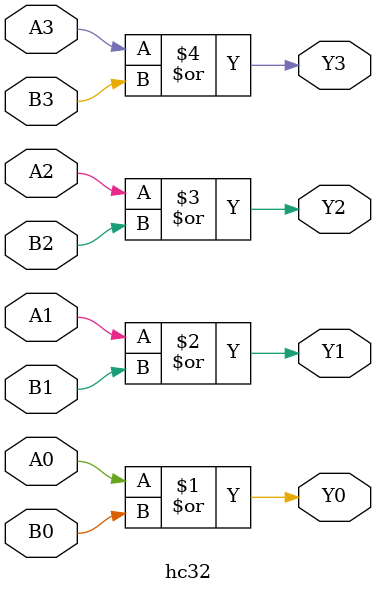
<source format=v>
module hc32 (
	input A0,
	input B0,
	output Y0,
	input A1,
	input B1,
	output Y1,
	input A2,
	input B2,
	output Y2,
	input A3,
	input B3,
	output Y3
);

assign Y0 = A0 | B0;
assign Y1 = A1 | B1;
assign Y2 = A2 | B2;
assign Y3 = A3 | B3;

endmodule

</source>
